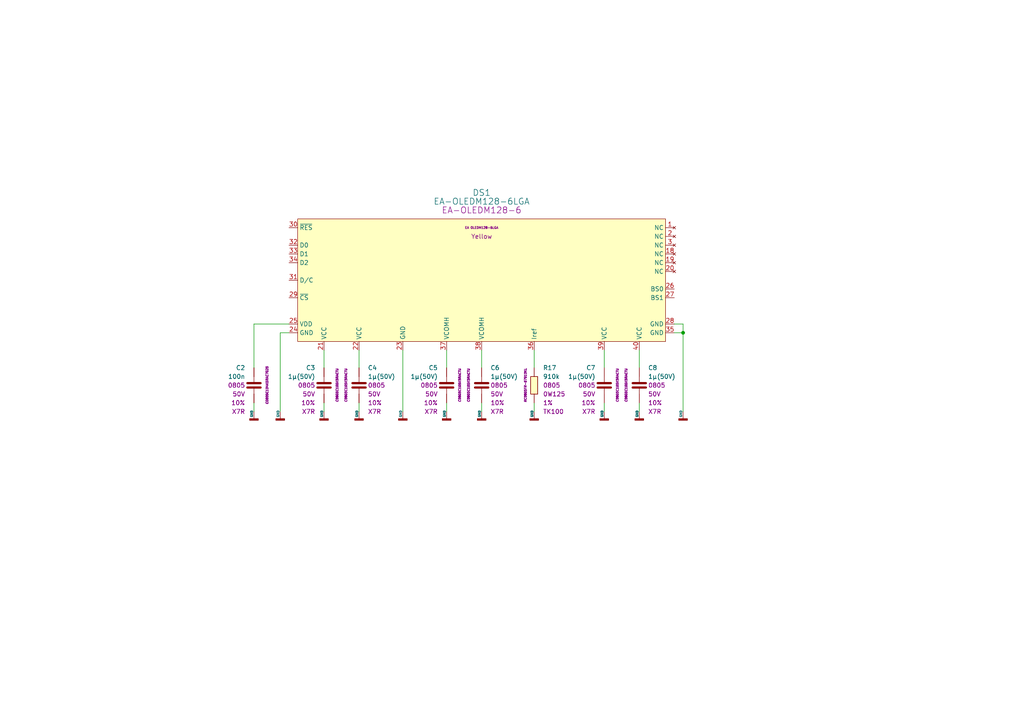
<source format=kicad_sch>
(kicad_sch (version 20211123) (generator eeschema)
  (paper "A4")
  (lib_symbols
    (symbol "C.Kemet.MLCC.0805.X7R:100n" (pin_numbers hide) (pin_names (offset 1.016) hide)
      (property "Reference" "C" (at 2.54 5.08 0))
      (property "Value" "100n" (at 2.54 2.54 0))
      (property "Package" "0805" (at 2.54 0 0))
      (property "Voltage" "50V" (at 2.54 -2.54 0))
      (property "Tolerance" "10%" (at 2.54 -5.08 0))
      (property "Dielectric" "X7R" (at 2.54 -7.62 0))
      (property "ID" "C0805C104K5RAC7025" (at -3.81 0 90))
      (symbol "100n_0_1"
        (polyline (pts (xy -1.905 -0.635) (xy 1.905 -0.635)) (stroke (width 0.635)))
        (polyline (pts (xy -1.905 0.635) (xy 1.905 0.635)) (stroke (width 0.635)))
        (polyline (pts (xy 0 -2.54) (xy 0 -0.635)) (stroke (width 0.1524)))
        (polyline (pts (xy 0 0.635) (xy 0 2.54)) (stroke (width 0.1524)))
      )
      (symbol "100n_1_1"
        (pin passive line (at 0 5.08 270) (length 2.54) (name "~") (number "1"))
        (pin passive line (at 0 -5.08 90) (length 2.54) (name "~") (number "2"))
      )
    )
    (symbol "C.Kemet.MLCC.0805.X7R:1µ(50V)" (pin_numbers hide) (pin_names (offset 1.016) hide)
      (property "Reference" "C" (at 2.54 5.08 0))
      (property "Value" "1µ(50V)" (at 2.54 2.54 0))
      (property "Package" "0805" (at 2.54 0 0))
      (property "Voltage" "50V" (at 2.54 -2.54 0))
      (property "Tolerance" "10%" (at 2.54 -5.08 0))
      (property "Dielectric" "X7R" (at 2.54 -7.62 0))
      (property "ID" "C0805C105K5RACTU" (at -3.81 0 90))
      (symbol "1µ(50V)_0_1"
        (polyline (pts (xy -1.905 -0.635) (xy 1.905 -0.635)) (stroke (width 0.635)))
        (polyline (pts (xy -1.905 0.635) (xy 1.905 0.635)) (stroke (width 0.635)))
        (polyline (pts (xy 0 -2.54) (xy 0 -0.635)) (stroke (width 0.1524)))
        (polyline (pts (xy 0 0.635) (xy 0 2.54)) (stroke (width 0.1524)))
      )
      (symbol "1µ(50V)_1_1"
        (pin passive line (at 0 5.08 270) (length 2.54) (name "~") (number "1"))
        (pin passive line (at 0 -5.08 90) (length 2.54) (name "~") (number "2"))
      )
    )
    (symbol "DS:EA-OLEDM128-6LGA"
      (property "Reference" "DS" (at 0 25.4 0))
      (property "Value" "EA-OLEDM128-6LGA" (at 0 22.86 0))
      (property "Color" "Yellow" (at 0 12.7 0))
      (property "Package" "EA-OLEDM128-6" (at 0 20.32 0))
      (property "ID" "EA OLEDM128-6LGA" (at 0 15.24 0))
      (symbol "EA-OLEDM128-6LGA_0_1"
        (rectangle (start -53.34 17.78) (end 53.34 -17.78) (fill (type background)))
      )
      (symbol "EA-OLEDM128-6LGA_1_1"
        (pin no_connect line (at 55.88 15.24 180) (length 2.54) (name "NC") (number "1"))
        (pin no_connect line (at 55.88 7.62 180) (length 2.54) (name "NC") (number "18"))
        (pin no_connect line (at 55.88 5.08 180) (length 2.54) (name "NC") (number "19"))
        (pin no_connect line (at 55.88 12.7 180) (length 2.54) (name "NC") (number "2"))
        (pin no_connect line (at 55.88 2.54 180) (length 2.54) (name "NC") (number "20"))
        (pin power_in line (at -45.72 -20.32 90) (length 2.54) (name "VCC") (number "21"))
        (pin power_in line (at -35.56 -20.32 90) (length 2.54) (name "VCC") (number "22"))
        (pin power_in line (at -22.86 -20.32 90) (length 2.54) (name "GND") (number "23"))
        (pin power_in line (at -55.88 -15.24 0) (length 2.54) (name "GND") (number "24"))
        (pin power_in line (at -55.88 -12.7 0) (length 2.54) (name "VDD") (number "25"))
        (pin input line (at 55.88 -2.54 180) (length 2.54) (name "BS0") (number "26"))
        (pin input line (at 55.88 -5.08 180) (length 2.54) (name "BS1") (number "27"))
        (pin power_in line (at 55.88 -12.7 180) (length 2.54) (name "GND") (number "28"))
        (pin input line (at -55.88 -5.08 0) (length 2.54) (name "~{CS}") (number "29"))
        (pin no_connect line (at 55.88 10.16 180) (length 2.54) (name "NC") (number "3"))
        (pin input line (at -55.88 15.24 0) (length 2.54) (name "~{RES}") (number "30"))
        (pin input line (at -55.88 0 0) (length 2.54) (name "D/C") (number "31"))
        (pin input line (at -55.88 10.16 0) (length 2.54) (name "D0") (number "32"))
        (pin input line (at -55.88 7.62 0) (length 2.54) (name "D1") (number "33"))
        (pin input line (at -55.88 5.08 0) (length 2.54) (name "D2") (number "34"))
        (pin power_in line (at 55.88 -15.24 180) (length 2.54) (name "GND") (number "35"))
        (pin passive line (at 15.24 -20.32 90) (length 2.54) (name "Iref") (number "36"))
        (pin passive line (at -10.16 -20.32 90) (length 2.54) (name "VCOMH") (number "37"))
        (pin passive line (at 0 -20.32 90) (length 2.54) (name "VCOMH") (number "38"))
        (pin power_in line (at 35.56 -20.32 90) (length 2.54) (name "VCC") (number "39"))
        (pin power_in line (at 45.72 -20.32 90) (length 2.54) (name "VCC") (number "40"))
      )
    )
    (symbol "R.Yageo.RC0805:910k" (pin_numbers hide) (pin_names (offset 1.016) hide)
      (property "Reference" "R" (at 2.54 5.08 0))
      (property "Value" "910k" (at 2.54 2.54 0))
      (property "Package" "0805" (at 2.54 0 0))
      (property "Power" "0W125" (at 2.54 -2.54 0))
      (property "Tolerance" "1%" (at 2.54 -5.08 0))
      (property "TK" "TK100" (at 2.54 -7.62 0))
      (property "ID" "RC0805FR-07910KL" (at -2.54 0 90))
      (symbol "910k_0_1"
        (rectangle (start -1.016 2.54) (end 1.016 -2.54) (stroke (width 0.2032)) (fill (type background)))
      )
      (symbol "910k_1_1"
        (pin passive line (at 0 5.08 270) (length 2.54) (name "~") (number "1"))
        (pin passive line (at 0 -5.08 90) (length 2.54) (name "~") (number "2"))
      )
    )
    (symbol "Supply:GND" (power) (pin_numbers hide) (pin_names (offset 0) hide)
      (property "Value" "GND" (at -0.635 -0.635 90))
      (symbol "GND_0_1"
        (rectangle (start -1.27 -2.032) (end 1.27 -2.54) (stroke (width 0.1524)) (fill (type outline)))
        (polyline (pts (xy 0 0) (xy 0 -2.032)) (stroke (width 0.1524)))
      )
      (symbol "GND_1_1"
        (pin power_in line (at 0 0 270) (length 0) hide (name "GND") (number "1"))
      )
    )
  )
  (junction (at 198.12 96.52))
  (wire (pts (xy 116.84 119.38) (xy 116.84 101.6)))
  (wire (pts (xy 198.12 96.52) (xy 198.12 93.98)))
  (wire (pts (xy 129.54 119.38) (xy 129.54 116.84)))
  (wire (pts (xy 154.94 106.68) (xy 154.94 101.6)))
  (wire (pts (xy 93.98 119.38) (xy 93.98 116.84)))
  (wire (pts (xy 93.98 106.68) (xy 93.98 101.6)))
  (wire (pts (xy 139.7 106.68) (xy 139.7 101.6)))
  (wire (pts (xy 81.28 119.38) (xy 81.28 96.52)))
  (wire (pts (xy 73.66 119.38) (xy 73.66 116.84)))
  (wire (pts (xy 175.26 119.38) (xy 175.26 116.84)))
  (wire (pts (xy 198.12 119.38) (xy 198.12 96.52)))
  (wire (pts (xy 154.94 119.38) (xy 154.94 116.84)))
  (wire (pts (xy 198.12 93.98) (xy 195.58 93.98)))
  (wire (pts (xy 185.42 106.68) (xy 185.42 101.6)))
  (wire (pts (xy 185.42 119.38) (xy 185.42 116.84)))
  (wire (pts (xy 175.26 106.68) (xy 175.26 101.6)))
  (wire (pts (xy 73.66 106.68) (xy 73.66 93.98)))
  (wire (pts (xy 81.28 96.52) (xy 83.82 96.52)))
  (wire (pts (xy 139.7 119.38) (xy 139.7 116.84)))
  (wire (pts (xy 104.14 106.68) (xy 104.14 101.6)))
  (wire (pts (xy 73.66 93.98) (xy 83.82 93.98)))
  (wire (pts (xy 104.14 119.38) (xy 104.14 116.84)))
  (wire (pts (xy 129.54 106.68) (xy 129.54 101.6)))
  (wire (pts (xy 195.58 96.52) (xy 198.12 96.52)))
  (symbol (lib_id "Supply:GND") (at 129.54 119.38 0) (unit 1)
    (property "Reference" "#PWR035" (effects hide))
    (property "Value" "GND" (at 128.905 120.015 90) (effects (font (size 0.635 0.635))))
  )
  (symbol (lib_id "C.Kemet.MLCC.0805.X7R:1µ(50V)") (at 129.54 111.76 0) (mirror y) (unit 1)
    (property "Reference" "C5" (at 127 106.68 0) (effects (justify left)))
    (property "Value" "1µ(50V)" (at 127 109.22 0) (effects (justify left)))
    (property "Footprint" "Capacitor_SMD:C_0805_2012Metric" (effects hide))
    (property "Datasheet" "C.Kemet.MLCC.0805.X7R.pdf" (effects hide))
    (property "Package" "0805" (at 127 111.76 0) (effects (justify left)))
    (property "Voltage" "50V" (at 127 114.3 0) (effects (justify left)))
    (property "Tolerance" "10%" (at 127 116.84 0) (effects (justify left)))
    (property "Dielectric" "X7R" (at 127 119.38 0) (effects (justify left)))
    (property "ID" "C0805C105K5RACTU" (at 133.35 111.76 90) (effects (font (size 0.635 0.635) italic)))
  )
  (symbol (lib_id "Supply:GND") (at 185.42 119.38 0) (unit 1)
    (property "Reference" "#PWR039" (effects hide))
    (property "Value" "GND" (at 184.785 120.015 90) (effects (font (size 0.635 0.635))))
  )
  (symbol (lib_id "Supply:GND") (at 116.84 119.38 0) (unit 1)
    (property "Reference" "#PWR034" (effects hide))
    (property "Value" "GND" (at 116.205 120.015 90) (effects (font (size 0.635 0.635))))
  )
  (symbol (lib_id "Supply:GND") (at 93.98 119.38 0) (unit 1)
    (property "Reference" "#PWR032" (effects hide))
    (property "Value" "GND" (at 93.345 120.015 90) (effects (font (size 0.635 0.635))))
  )
  (symbol (lib_id "C.Kemet.MLCC.0805.X7R:1µ(50V)") (at 93.98 111.76 0) (mirror y) (unit 1)
    (property "Reference" "C3" (at 91.44 106.68 0) (effects (justify left)))
    (property "Value" "1µ(50V)" (at 91.44 109.22 0) (effects (justify left)))
    (property "Footprint" "Capacitor_SMD:C_0805_2012Metric" (effects hide))
    (property "Datasheet" "C.Kemet.MLCC.0805.X7R.pdf" (effects hide))
    (property "Package" "0805" (at 91.44 111.76 0) (effects (justify left)))
    (property "Voltage" "50V" (at 91.44 114.3 0) (effects (justify left)))
    (property "Tolerance" "10%" (at 91.44 116.84 0) (effects (justify left)))
    (property "Dielectric" "X7R" (at 91.44 119.38 0) (effects (justify left)))
    (property "ID" "C0805C105K5RACTU" (at 97.79 111.76 90) (effects (font (size 0.635 0.635) italic)))
  )
  (symbol (lib_id "C.Kemet.MLCC.0805.X7R:1µ(50V)") (at 104.14 111.76 0) (unit 1)
    (property "Reference" "C4" (at 106.68 106.68 0) (effects (justify left)))
    (property "Value" "1µ(50V)" (at 106.68 109.22 0) (effects (justify left)))
    (property "Footprint" "Capacitor_SMD:C_0805_2012Metric" (effects hide))
    (property "Datasheet" "C.Kemet.MLCC.0805.X7R.pdf" (effects hide))
    (property "Package" "0805" (at 106.68 111.76 0) (effects (justify left)))
    (property "Voltage" "50V" (at 106.68 114.3 0) (effects (justify left)))
    (property "Tolerance" "10%" (at 106.68 116.84 0) (effects (justify left)))
    (property "Dielectric" "X7R" (at 106.68 119.38 0) (effects (justify left)))
    (property "ID" "C0805C105K5RACTU" (at 100.33 111.76 90) (effects (font (size 0.635 0.635) italic)))
  )
  (symbol (lib_id "Supply:GND") (at 154.94 119.38 0) (unit 1)
    (property "Reference" "#PWR037" (effects hide))
    (property "Value" "GND" (at 154.305 120.015 90) (effects (font (size 0.635 0.635))))
  )
  (symbol (lib_id "Supply:GND") (at 81.28 119.38 0) (unit 1)
    (property "Reference" "#PWR031" (effects hide))
    (property "Value" "GND" (at 80.645 120.015 90) (effects (font (size 0.635 0.635))))
  )
  (symbol (lib_id "C.Kemet.MLCC.0805.X7R:1µ(50V)") (at 139.7 111.76 0) (unit 1)
    (property "Reference" "C6" (at 142.24 106.68 0) (effects (justify left)))
    (property "Value" "1µ(50V)" (at 142.24 109.22 0) (effects (justify left)))
    (property "Footprint" "Capacitor_SMD:C_0805_2012Metric" (effects hide))
    (property "Datasheet" "C.Kemet.MLCC.0805.X7R.pdf" (effects hide))
    (property "Package" "0805" (at 142.24 111.76 0) (effects (justify left)))
    (property "Voltage" "50V" (at 142.24 114.3 0) (effects (justify left)))
    (property "Tolerance" "10%" (at 142.24 116.84 0) (effects (justify left)))
    (property "Dielectric" "X7R" (at 142.24 119.38 0) (effects (justify left)))
    (property "ID" "C0805C105K5RACTU" (at 135.89 111.76 90) (effects (font (size 0.635 0.635) italic)))
  )
  (symbol (lib_id "Supply:GND") (at 73.66 119.38 0) (unit 1)
    (property "Reference" "#PWR030" (effects hide))
    (property "Value" "GND" (at 73.025 120.015 90) (effects (font (size 0.635 0.635))))
  )
  (symbol (lib_id "Supply:GND") (at 139.7 119.38 0) (unit 1)
    (property "Reference" "#PWR036" (effects hide))
    (property "Value" "GND" (at 139.065 120.015 90) (effects (font (size 0.635 0.635))))
  )
  (symbol (lib_id "C.Kemet.MLCC.0805.X7R:100n") (at 73.66 111.76 0) (mirror y) (unit 1)
    (property "Reference" "C2" (at 71.12 106.68 0) (effects (justify left)))
    (property "Value" "100n" (at 71.12 109.22 0) (effects (justify left)))
    (property "Footprint" "Capacitor_SMD:C_0805_2012Metric" (effects hide))
    (property "Datasheet" "C.Kemet.MLCC.0805.X7R.pdf" (effects hide))
    (property "Package" "0805" (at 71.12 111.76 0) (effects (justify left)))
    (property "Voltage" "50V" (at 71.12 114.3 0) (effects (justify left)))
    (property "Tolerance" "10%" (at 71.12 116.84 0) (effects (justify left)))
    (property "Dielectric" "X7R" (at 71.12 119.38 0) (effects (justify left)))
    (property "ID" "C0805C104K5RAC7025" (at 77.47 111.76 90) (effects (font (size 0.635 0.635) italic)))
  )
  (symbol (lib_id "Supply:GND") (at 175.26 119.38 0) (unit 1)
    (property "Reference" "#PWR038" (effects hide))
    (property "Value" "GND" (at 174.625 120.015 90) (effects (font (size 0.635 0.635))))
  )
  (symbol (lib_id "C.Kemet.MLCC.0805.X7R:1µ(50V)") (at 185.42 111.76 0) (unit 1)
    (property "Reference" "C8" (at 187.96 106.68 0) (effects (justify left)))
    (property "Value" "1µ(50V)" (at 187.96 109.22 0) (effects (justify left)))
    (property "Footprint" "Capacitor_SMD:C_0805_2012Metric" (effects hide))
    (property "Datasheet" "C.Kemet.MLCC.0805.X7R.pdf" (effects hide))
    (property "Package" "0805" (at 187.96 111.76 0) (effects (justify left)))
    (property "Voltage" "50V" (at 187.96 114.3 0) (effects (justify left)))
    (property "Tolerance" "10%" (at 187.96 116.84 0) (effects (justify left)))
    (property "Dielectric" "X7R" (at 187.96 119.38 0) (effects (justify left)))
    (property "ID" "C0805C105K5RACTU" (at 181.61 111.76 90) (effects (font (size 0.635 0.635) italic)))
  )
  (symbol (lib_id "R.Yageo.RC0805:910k") (at 154.94 111.76 0) (unit 1)
    (property "Reference" "R17" (at 157.48 106.68 0) (effects (justify left)))
    (property "Value" "910k" (at 157.48 109.22 0) (effects (justify left)))
    (property "Footprint" "Resistor_SMD:R_0805_2012Metric" (effects hide))
    (property "Datasheet" "R.Yaego.RC0805.pdf" (effects hide))
    (property "Package" "0805" (at 157.48 111.76 0) (effects (justify left)))
    (property "Power" "0W125" (at 157.48 114.3 0) (effects (justify left)))
    (property "Tolerance" "1%" (at 157.48 116.84 0) (effects (justify left)))
    (property "TK" "TK100" (at 157.48 119.38 0) (effects (justify left)))
    (property "ID" "RC0805FR-07910KL" (at 152.4 111.76 90) (effects (font (size 0.635 0.635) italic)))
  )
  (symbol (lib_id "C.Kemet.MLCC.0805.X7R:1µ(50V)") (at 175.26 111.76 0) (mirror y) (unit 1)
    (property "Reference" "C7" (at 172.72 106.68 0) (effects (justify left)))
    (property "Value" "1µ(50V)" (at 172.72 109.22 0) (effects (justify left)))
    (property "Footprint" "Capacitor_SMD:C_0805_2012Metric" (effects hide))
    (property "Datasheet" "C.Kemet.MLCC.0805.X7R.pdf" (effects hide))
    (property "Package" "0805" (at 172.72 111.76 0) (effects (justify left)))
    (property "Voltage" "50V" (at 172.72 114.3 0) (effects (justify left)))
    (property "Tolerance" "10%" (at 172.72 116.84 0) (effects (justify left)))
    (property "Dielectric" "X7R" (at 172.72 119.38 0) (effects (justify left)))
    (property "ID" "C0805C105K5RACTU" (at 179.07 111.76 90) (effects (font (size 0.635 0.635) italic)))
  )
  (symbol (lib_id "DS:EA-OLEDM128-6LGA") (at 139.7 81.28 0) (unit 1)
    (property "Reference" "DS1" (at 139.7 55.88 0) (effects (font (size 1.778 1.778))))
    (property "Value" "EA-OLEDM128-6LGA" (at 139.7 58.42 0) (effects (font (size 1.778 1.778))))
    (property "Footprint" "BTech.Display:EA-OLEDM128-6" (effects hide))
    (property "Datasheet" "https://www.lcd-module.de/fileadmin/pdf/grafik/oledl128-6.pdf" (effects hide))
    (property "Color" "Yellow" (at 139.7 68.58 0))
    (property "Package" "EA-OLEDM128-6" (at 139.7 60.96 0) (effects (font (size 1.778 1.778))))
    (property "ID" "EA OLEDM128-6LGA" (at 139.7 66.04 0) (effects (font (size 0.635 0.635))))
  )
  (symbol (lib_id "Supply:GND") (at 198.12 119.38 0) (unit 1)
    (property "Reference" "#PWR040" (effects hide))
    (property "Value" "GND" (at 197.485 120.015 90) (effects (font (size 0.635 0.635))))
  )
  (symbol (lib_id "Supply:GND") (at 104.14 119.38 0) (unit 1)
    (property "Reference" "#PWR033" (effects hide))
    (property "Value" "GND" (at 103.505 120.015 90) (effects (font (size 0.635 0.635))))
  )
)
</source>
